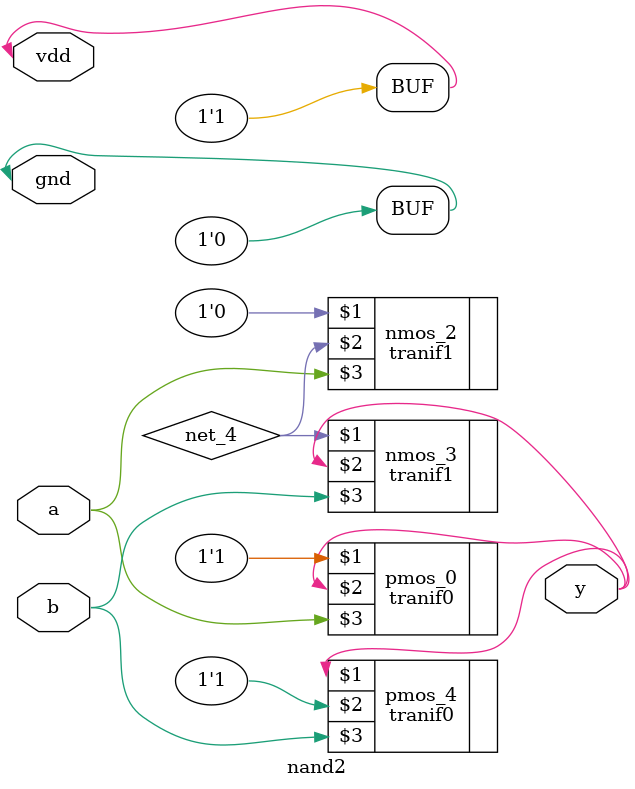
<source format=v>
/* Verilog for cell 'nand2{lay}' from library 'tutorial_mc' */
/* Created on Seg mar 25, 2019 11:50:34 */
/* Last revised on Seg mar 25, 2019 20:17:51 */
/* Written on Seg mar 25, 2019 20:31:36 by Electric VLSI Design System, version 9.07 */

module nand2(a, b, y, vdd, gnd);
  input a;
  input b;
  output y;
  input vdd;
  input gnd;

  supply1 vdd;
  supply0 gnd;
  wire net_4, plnode_0_well, plnode_1_well;

  tranif1 nmos_2(gnd, net_4, a);
  tranif1 nmos_3(net_4, y, b);
  tranif0 pmos_0(vdd, y, a);
  tranif0 pmos_4(y, vdd, b);
endmodule   /* nand2 */

</source>
